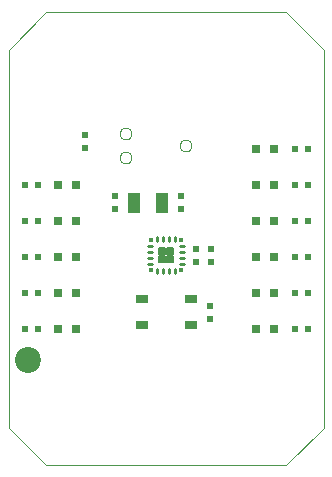
<source format=gtp>
G75*
%MOIN*%
%OFA0B0*%
%FSLAX25Y25*%
%IPPOS*%
%LPD*%
%AMOC8*
5,1,8,0,0,1.08239X$1,22.5*
%
%ADD10C,0.00400*%
%ADD11R,0.02362X0.01969*%
%ADD12R,0.04134X0.02559*%
%ADD13R,0.03150X0.03150*%
%ADD14R,0.04331X0.06693*%
%ADD15R,0.01339X0.01339*%
%ADD16C,0.01102*%
%ADD17C,0.00500*%
%ADD18R,0.01969X0.02362*%
%ADD19C,0.00000*%
%ADD20C,0.08661*%
D10*
X0013750Y0001250D02*
X0001250Y0013750D01*
X0001250Y0139750D01*
X0013750Y0152250D01*
X0093750Y0152250D01*
X0106250Y0139750D01*
X0106250Y0013750D01*
X0093750Y0001250D01*
X0013750Y0001250D01*
D11*
X0063750Y0069085D03*
X0063750Y0073415D03*
X0068750Y0073415D03*
X0068750Y0069085D03*
X0068250Y0054415D03*
X0068250Y0050085D03*
X0058750Y0086585D03*
X0058750Y0090915D03*
X0036750Y0090915D03*
X0036750Y0086585D03*
X0026750Y0107085D03*
X0026750Y0111415D03*
D12*
X0045581Y0056482D03*
X0045581Y0048018D03*
X0061919Y0048018D03*
X0061919Y0056482D03*
D13*
X0083797Y0058750D03*
X0089703Y0058750D03*
X0089703Y0046750D03*
X0083797Y0046750D03*
X0083797Y0070750D03*
X0089703Y0070750D03*
X0089703Y0082750D03*
X0083797Y0082750D03*
X0083797Y0094750D03*
X0089703Y0094750D03*
X0089703Y0106750D03*
X0083797Y0106750D03*
X0023703Y0094750D03*
X0017797Y0094750D03*
X0017797Y0082750D03*
X0023703Y0082750D03*
X0023703Y0070750D03*
X0017797Y0070750D03*
X0017797Y0058750D03*
X0023703Y0058750D03*
X0023703Y0046750D03*
X0017797Y0046750D03*
D14*
X0043026Y0088750D03*
X0052474Y0088750D03*
D15*
X0048770Y0076230D03*
X0048770Y0066270D03*
X0058730Y0066270D03*
X0058730Y0076230D03*
D16*
X0058435Y0074203D02*
X0059735Y0074203D01*
X0059735Y0072234D02*
X0058435Y0072234D01*
X0058435Y0070266D02*
X0059735Y0070266D01*
X0059735Y0068297D02*
X0058435Y0068297D01*
X0056703Y0066565D02*
X0056703Y0065265D01*
X0054734Y0065265D02*
X0054734Y0066565D01*
X0052766Y0066565D02*
X0052766Y0065265D01*
X0050797Y0065265D02*
X0050797Y0066565D01*
X0049065Y0068297D02*
X0047765Y0068297D01*
X0047765Y0070266D02*
X0049065Y0070266D01*
X0049065Y0072234D02*
X0047765Y0072234D01*
X0047765Y0074203D02*
X0049065Y0074203D01*
X0050797Y0075935D02*
X0050797Y0077235D01*
X0052766Y0077235D02*
X0052766Y0075935D01*
X0054734Y0075935D02*
X0054734Y0077235D01*
X0056703Y0077235D02*
X0056703Y0075935D01*
D17*
X0056112Y0073612D02*
X0054144Y0073612D01*
X0054144Y0071644D01*
X0056112Y0071644D01*
X0056112Y0073612D01*
X0056112Y0073534D02*
X0054144Y0073534D01*
X0054144Y0073036D02*
X0056112Y0073036D01*
X0056112Y0072537D02*
X0054144Y0072537D01*
X0054144Y0072039D02*
X0056112Y0072039D01*
X0056112Y0070856D02*
X0054144Y0070856D01*
X0054144Y0068888D01*
X0056112Y0068888D01*
X0056112Y0070856D01*
X0056112Y0070543D02*
X0054144Y0070543D01*
X0054144Y0070045D02*
X0056112Y0070045D01*
X0056112Y0069546D02*
X0054144Y0069546D01*
X0054144Y0069048D02*
X0056112Y0069048D01*
X0053356Y0069048D02*
X0051388Y0069048D01*
X0051388Y0068888D02*
X0053356Y0068888D01*
X0053356Y0070856D01*
X0051388Y0070856D01*
X0051388Y0068888D01*
X0051388Y0069546D02*
X0053356Y0069546D01*
X0053356Y0070045D02*
X0051388Y0070045D01*
X0051388Y0070543D02*
X0053356Y0070543D01*
X0053356Y0071644D02*
X0051388Y0071644D01*
X0051388Y0073612D01*
X0053356Y0073612D01*
X0053356Y0071644D01*
X0053356Y0072039D02*
X0051388Y0072039D01*
X0051388Y0072537D02*
X0053356Y0072537D01*
X0053356Y0073036D02*
X0051388Y0073036D01*
X0051388Y0073534D02*
X0053356Y0073534D01*
D18*
X0010915Y0070750D03*
X0006585Y0070750D03*
X0006585Y0082750D03*
X0010915Y0082750D03*
X0010915Y0094750D03*
X0006585Y0094750D03*
X0006585Y0058750D03*
X0010915Y0058750D03*
X0010915Y0046750D03*
X0006585Y0046750D03*
X0096585Y0046750D03*
X0100915Y0046750D03*
X0100915Y0058750D03*
X0096585Y0058750D03*
X0096585Y0070750D03*
X0100915Y0070750D03*
X0100915Y0082750D03*
X0096585Y0082750D03*
X0096585Y0094750D03*
X0100915Y0094750D03*
X0100915Y0106750D03*
X0096585Y0106750D03*
D19*
X0058300Y0107750D02*
X0058302Y0107838D01*
X0058308Y0107926D01*
X0058318Y0108014D01*
X0058332Y0108101D01*
X0058350Y0108187D01*
X0058371Y0108272D01*
X0058397Y0108357D01*
X0058426Y0108440D01*
X0058459Y0108522D01*
X0058496Y0108602D01*
X0058536Y0108680D01*
X0058580Y0108757D01*
X0058627Y0108831D01*
X0058678Y0108903D01*
X0058731Y0108973D01*
X0058788Y0109041D01*
X0058848Y0109105D01*
X0058911Y0109167D01*
X0058976Y0109226D01*
X0059044Y0109282D01*
X0059115Y0109335D01*
X0059187Y0109385D01*
X0059262Y0109431D01*
X0059339Y0109474D01*
X0059418Y0109514D01*
X0059499Y0109549D01*
X0059581Y0109582D01*
X0059664Y0109610D01*
X0059749Y0109635D01*
X0059835Y0109655D01*
X0059921Y0109672D01*
X0060008Y0109685D01*
X0060096Y0109694D01*
X0060184Y0109699D01*
X0060272Y0109700D01*
X0060360Y0109697D01*
X0060448Y0109690D01*
X0060535Y0109679D01*
X0060622Y0109664D01*
X0060708Y0109645D01*
X0060794Y0109623D01*
X0060878Y0109596D01*
X0060960Y0109566D01*
X0061042Y0109532D01*
X0061122Y0109494D01*
X0061199Y0109453D01*
X0061275Y0109409D01*
X0061349Y0109361D01*
X0061421Y0109309D01*
X0061490Y0109255D01*
X0061557Y0109197D01*
X0061621Y0109137D01*
X0061682Y0109073D01*
X0061741Y0109007D01*
X0061796Y0108939D01*
X0061848Y0108867D01*
X0061897Y0108794D01*
X0061942Y0108719D01*
X0061984Y0108641D01*
X0062023Y0108562D01*
X0062058Y0108481D01*
X0062089Y0108398D01*
X0062116Y0108315D01*
X0062140Y0108230D01*
X0062160Y0108144D01*
X0062176Y0108057D01*
X0062188Y0107970D01*
X0062196Y0107882D01*
X0062200Y0107794D01*
X0062200Y0107706D01*
X0062196Y0107618D01*
X0062188Y0107530D01*
X0062176Y0107443D01*
X0062160Y0107356D01*
X0062140Y0107270D01*
X0062116Y0107185D01*
X0062089Y0107102D01*
X0062058Y0107019D01*
X0062023Y0106938D01*
X0061984Y0106859D01*
X0061942Y0106781D01*
X0061897Y0106706D01*
X0061848Y0106633D01*
X0061796Y0106561D01*
X0061741Y0106493D01*
X0061682Y0106427D01*
X0061621Y0106363D01*
X0061557Y0106303D01*
X0061490Y0106245D01*
X0061421Y0106191D01*
X0061349Y0106139D01*
X0061275Y0106091D01*
X0061199Y0106047D01*
X0061122Y0106006D01*
X0061042Y0105968D01*
X0060960Y0105934D01*
X0060878Y0105904D01*
X0060794Y0105877D01*
X0060708Y0105855D01*
X0060622Y0105836D01*
X0060535Y0105821D01*
X0060448Y0105810D01*
X0060360Y0105803D01*
X0060272Y0105800D01*
X0060184Y0105801D01*
X0060096Y0105806D01*
X0060008Y0105815D01*
X0059921Y0105828D01*
X0059835Y0105845D01*
X0059749Y0105865D01*
X0059664Y0105890D01*
X0059581Y0105918D01*
X0059499Y0105951D01*
X0059418Y0105986D01*
X0059339Y0106026D01*
X0059262Y0106069D01*
X0059187Y0106115D01*
X0059115Y0106165D01*
X0059044Y0106218D01*
X0058976Y0106274D01*
X0058911Y0106333D01*
X0058848Y0106395D01*
X0058788Y0106459D01*
X0058731Y0106527D01*
X0058678Y0106597D01*
X0058627Y0106669D01*
X0058580Y0106743D01*
X0058536Y0106820D01*
X0058496Y0106898D01*
X0058459Y0106978D01*
X0058426Y0107060D01*
X0058397Y0107143D01*
X0058371Y0107228D01*
X0058350Y0107313D01*
X0058332Y0107399D01*
X0058318Y0107486D01*
X0058308Y0107574D01*
X0058302Y0107662D01*
X0058300Y0107750D01*
X0038300Y0103750D02*
X0038302Y0103838D01*
X0038308Y0103926D01*
X0038318Y0104014D01*
X0038332Y0104101D01*
X0038350Y0104187D01*
X0038371Y0104272D01*
X0038397Y0104357D01*
X0038426Y0104440D01*
X0038459Y0104522D01*
X0038496Y0104602D01*
X0038536Y0104680D01*
X0038580Y0104757D01*
X0038627Y0104831D01*
X0038678Y0104903D01*
X0038731Y0104973D01*
X0038788Y0105041D01*
X0038848Y0105105D01*
X0038911Y0105167D01*
X0038976Y0105226D01*
X0039044Y0105282D01*
X0039115Y0105335D01*
X0039187Y0105385D01*
X0039262Y0105431D01*
X0039339Y0105474D01*
X0039418Y0105514D01*
X0039499Y0105549D01*
X0039581Y0105582D01*
X0039664Y0105610D01*
X0039749Y0105635D01*
X0039835Y0105655D01*
X0039921Y0105672D01*
X0040008Y0105685D01*
X0040096Y0105694D01*
X0040184Y0105699D01*
X0040272Y0105700D01*
X0040360Y0105697D01*
X0040448Y0105690D01*
X0040535Y0105679D01*
X0040622Y0105664D01*
X0040708Y0105645D01*
X0040794Y0105623D01*
X0040878Y0105596D01*
X0040960Y0105566D01*
X0041042Y0105532D01*
X0041122Y0105494D01*
X0041199Y0105453D01*
X0041275Y0105409D01*
X0041349Y0105361D01*
X0041421Y0105309D01*
X0041490Y0105255D01*
X0041557Y0105197D01*
X0041621Y0105137D01*
X0041682Y0105073D01*
X0041741Y0105007D01*
X0041796Y0104939D01*
X0041848Y0104867D01*
X0041897Y0104794D01*
X0041942Y0104719D01*
X0041984Y0104641D01*
X0042023Y0104562D01*
X0042058Y0104481D01*
X0042089Y0104398D01*
X0042116Y0104315D01*
X0042140Y0104230D01*
X0042160Y0104144D01*
X0042176Y0104057D01*
X0042188Y0103970D01*
X0042196Y0103882D01*
X0042200Y0103794D01*
X0042200Y0103706D01*
X0042196Y0103618D01*
X0042188Y0103530D01*
X0042176Y0103443D01*
X0042160Y0103356D01*
X0042140Y0103270D01*
X0042116Y0103185D01*
X0042089Y0103102D01*
X0042058Y0103019D01*
X0042023Y0102938D01*
X0041984Y0102859D01*
X0041942Y0102781D01*
X0041897Y0102706D01*
X0041848Y0102633D01*
X0041796Y0102561D01*
X0041741Y0102493D01*
X0041682Y0102427D01*
X0041621Y0102363D01*
X0041557Y0102303D01*
X0041490Y0102245D01*
X0041421Y0102191D01*
X0041349Y0102139D01*
X0041275Y0102091D01*
X0041199Y0102047D01*
X0041122Y0102006D01*
X0041042Y0101968D01*
X0040960Y0101934D01*
X0040878Y0101904D01*
X0040794Y0101877D01*
X0040708Y0101855D01*
X0040622Y0101836D01*
X0040535Y0101821D01*
X0040448Y0101810D01*
X0040360Y0101803D01*
X0040272Y0101800D01*
X0040184Y0101801D01*
X0040096Y0101806D01*
X0040008Y0101815D01*
X0039921Y0101828D01*
X0039835Y0101845D01*
X0039749Y0101865D01*
X0039664Y0101890D01*
X0039581Y0101918D01*
X0039499Y0101951D01*
X0039418Y0101986D01*
X0039339Y0102026D01*
X0039262Y0102069D01*
X0039187Y0102115D01*
X0039115Y0102165D01*
X0039044Y0102218D01*
X0038976Y0102274D01*
X0038911Y0102333D01*
X0038848Y0102395D01*
X0038788Y0102459D01*
X0038731Y0102527D01*
X0038678Y0102597D01*
X0038627Y0102669D01*
X0038580Y0102743D01*
X0038536Y0102820D01*
X0038496Y0102898D01*
X0038459Y0102978D01*
X0038426Y0103060D01*
X0038397Y0103143D01*
X0038371Y0103228D01*
X0038350Y0103313D01*
X0038332Y0103399D01*
X0038318Y0103486D01*
X0038308Y0103574D01*
X0038302Y0103662D01*
X0038300Y0103750D01*
X0038300Y0111750D02*
X0038302Y0111838D01*
X0038308Y0111926D01*
X0038318Y0112014D01*
X0038332Y0112101D01*
X0038350Y0112187D01*
X0038371Y0112272D01*
X0038397Y0112357D01*
X0038426Y0112440D01*
X0038459Y0112522D01*
X0038496Y0112602D01*
X0038536Y0112680D01*
X0038580Y0112757D01*
X0038627Y0112831D01*
X0038678Y0112903D01*
X0038731Y0112973D01*
X0038788Y0113041D01*
X0038848Y0113105D01*
X0038911Y0113167D01*
X0038976Y0113226D01*
X0039044Y0113282D01*
X0039115Y0113335D01*
X0039187Y0113385D01*
X0039262Y0113431D01*
X0039339Y0113474D01*
X0039418Y0113514D01*
X0039499Y0113549D01*
X0039581Y0113582D01*
X0039664Y0113610D01*
X0039749Y0113635D01*
X0039835Y0113655D01*
X0039921Y0113672D01*
X0040008Y0113685D01*
X0040096Y0113694D01*
X0040184Y0113699D01*
X0040272Y0113700D01*
X0040360Y0113697D01*
X0040448Y0113690D01*
X0040535Y0113679D01*
X0040622Y0113664D01*
X0040708Y0113645D01*
X0040794Y0113623D01*
X0040878Y0113596D01*
X0040960Y0113566D01*
X0041042Y0113532D01*
X0041122Y0113494D01*
X0041199Y0113453D01*
X0041275Y0113409D01*
X0041349Y0113361D01*
X0041421Y0113309D01*
X0041490Y0113255D01*
X0041557Y0113197D01*
X0041621Y0113137D01*
X0041682Y0113073D01*
X0041741Y0113007D01*
X0041796Y0112939D01*
X0041848Y0112867D01*
X0041897Y0112794D01*
X0041942Y0112719D01*
X0041984Y0112641D01*
X0042023Y0112562D01*
X0042058Y0112481D01*
X0042089Y0112398D01*
X0042116Y0112315D01*
X0042140Y0112230D01*
X0042160Y0112144D01*
X0042176Y0112057D01*
X0042188Y0111970D01*
X0042196Y0111882D01*
X0042200Y0111794D01*
X0042200Y0111706D01*
X0042196Y0111618D01*
X0042188Y0111530D01*
X0042176Y0111443D01*
X0042160Y0111356D01*
X0042140Y0111270D01*
X0042116Y0111185D01*
X0042089Y0111102D01*
X0042058Y0111019D01*
X0042023Y0110938D01*
X0041984Y0110859D01*
X0041942Y0110781D01*
X0041897Y0110706D01*
X0041848Y0110633D01*
X0041796Y0110561D01*
X0041741Y0110493D01*
X0041682Y0110427D01*
X0041621Y0110363D01*
X0041557Y0110303D01*
X0041490Y0110245D01*
X0041421Y0110191D01*
X0041349Y0110139D01*
X0041275Y0110091D01*
X0041199Y0110047D01*
X0041122Y0110006D01*
X0041042Y0109968D01*
X0040960Y0109934D01*
X0040878Y0109904D01*
X0040794Y0109877D01*
X0040708Y0109855D01*
X0040622Y0109836D01*
X0040535Y0109821D01*
X0040448Y0109810D01*
X0040360Y0109803D01*
X0040272Y0109800D01*
X0040184Y0109801D01*
X0040096Y0109806D01*
X0040008Y0109815D01*
X0039921Y0109828D01*
X0039835Y0109845D01*
X0039749Y0109865D01*
X0039664Y0109890D01*
X0039581Y0109918D01*
X0039499Y0109951D01*
X0039418Y0109986D01*
X0039339Y0110026D01*
X0039262Y0110069D01*
X0039187Y0110115D01*
X0039115Y0110165D01*
X0039044Y0110218D01*
X0038976Y0110274D01*
X0038911Y0110333D01*
X0038848Y0110395D01*
X0038788Y0110459D01*
X0038731Y0110527D01*
X0038678Y0110597D01*
X0038627Y0110669D01*
X0038580Y0110743D01*
X0038536Y0110820D01*
X0038496Y0110898D01*
X0038459Y0110978D01*
X0038426Y0111060D01*
X0038397Y0111143D01*
X0038371Y0111228D01*
X0038350Y0111313D01*
X0038332Y0111399D01*
X0038318Y0111486D01*
X0038308Y0111574D01*
X0038302Y0111662D01*
X0038300Y0111750D01*
D20*
X0007750Y0036250D03*
M02*

</source>
